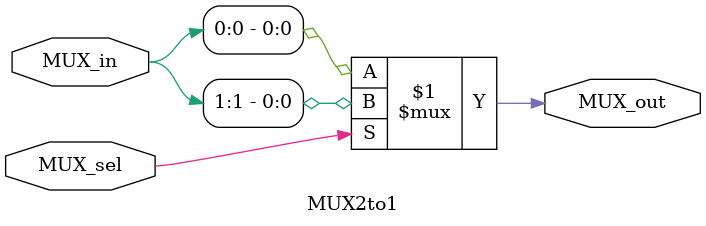
<source format=v>
`timescale 1ns / 1ps

module MUX2to1 (
    input wire MUX_sel,       // 1-bit selection input
    input wire [1:0] MUX_in,  // 2-bit input (each bit is a separate input)
    output wire MUX_out       // MUX output
);
    // MUX logic
    assign MUX_out = MUX_sel ? MUX_in[1] : MUX_in[0];

endmodule

</source>
